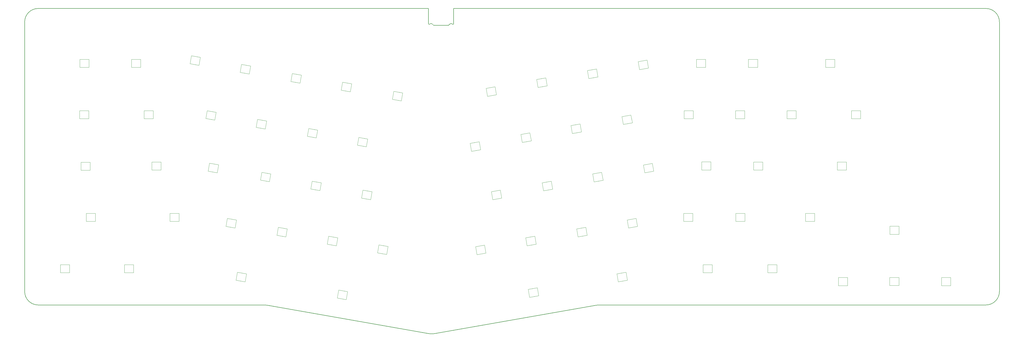
<source format=gm1>
G04 #@! TF.GenerationSoftware,KiCad,Pcbnew,(5.1.4)-1*
G04 #@! TF.CreationDate,2020-08-05T10:24:05-07:00*
G04 #@! TF.ProjectId,trifecta,74726966-6563-4746-912e-6b696361645f,rev?*
G04 #@! TF.SameCoordinates,Original*
G04 #@! TF.FileFunction,Profile,NP*
%FSLAX46Y46*%
G04 Gerber Fmt 4.6, Leading zero omitted, Abs format (unit mm)*
G04 Created by KiCad (PCBNEW (5.1.4)-1) date 2020-08-05 10:24:05*
%MOMM*%
%LPD*%
G04 APERTURE LIST*
%ADD10C,0.200000*%
%ADD11C,0.120000*%
%ADD12C,0.150000*%
G04 APERTURE END LIST*
D10*
X134029000Y5533200D02*
X-7568190Y5525000D01*
X343424900Y5525000D02*
X149269000Y5533200D01*
X343424899Y-104499000D02*
X200217754Y-104499000D01*
X76113053Y-104499000D02*
G75*
G02X77329185Y-104605451I0J-7000000D01*
G01*
X76113053Y-104499000D02*
X-7568190Y-104499001D01*
X343424900Y5525000D02*
G75*
G02X348424900Y525000I0J-5000000D01*
G01*
X199001716Y-104605434D02*
G75*
G02X200217754Y-104499000I1216038J-6893566D01*
G01*
X-12568190Y525000D02*
G75*
G02X-7568190Y5525000I5000000J0D01*
G01*
X-7568190Y-104499000D02*
G75*
G02X-12568190Y-99499000I0J5000000D01*
G01*
X139379071Y-115122985D02*
G75*
G02X136946900Y-115122968I-1216039J6893566D01*
G01*
X348424900Y-99499001D02*
G75*
G02X343424899Y-104499000I-5000000J1D01*
G01*
X199001716Y-104605435D02*
X139379070Y-115122984D01*
X-12568190Y-99499000D02*
X-12568190Y525000D01*
X136946900Y-115122968D02*
X77329185Y-104605451D01*
X348424900Y525000D02*
X348424900Y-99499000D01*
D11*
X326948940Y-94290500D02*
X330348940Y-94290500D01*
X326948940Y-97290500D02*
X326948940Y-94290500D01*
X330348940Y-97290500D02*
X326948940Y-97290500D01*
X330348940Y-94290500D02*
X330348940Y-97290500D01*
X307777020Y-94272720D02*
X311177020Y-94272720D01*
X307777020Y-97272720D02*
X307777020Y-94272720D01*
X311177020Y-97272720D02*
X307777020Y-97272720D01*
X311177020Y-94272720D02*
X311177020Y-97272720D01*
X292137180Y-97295580D02*
X288737180Y-97295580D01*
X292137180Y-94295580D02*
X292137180Y-97295580D01*
X288737180Y-94295580D02*
X292137180Y-94295580D01*
X288737180Y-97295580D02*
X288737180Y-94295580D01*
X262592960Y-89520380D02*
X265992960Y-89520380D01*
X262592960Y-92520380D02*
X262592960Y-89520380D01*
X265992960Y-92520380D02*
X262592960Y-92520380D01*
X265992960Y-89520380D02*
X265992960Y-92520380D01*
X242056000Y-92502600D02*
X238656000Y-92502600D01*
X242056000Y-89502600D02*
X242056000Y-92502600D01*
X238656000Y-89502600D02*
X242056000Y-89502600D01*
X238656000Y-92502600D02*
X238656000Y-89502600D01*
X206750095Y-92937170D02*
X210098441Y-92346766D01*
X207271039Y-95891594D02*
X206750095Y-92937170D01*
X210619385Y-95301190D02*
X207271039Y-95891594D01*
X210098441Y-92346766D02*
X210619385Y-95301190D01*
X173890115Y-98725830D02*
X177238461Y-98135426D01*
X174411059Y-101680254D02*
X173890115Y-98725830D01*
X177759405Y-101089850D02*
X174411059Y-101680254D01*
X177238461Y-98135426D02*
X177759405Y-101089850D01*
X106514701Y-102515914D02*
X103166355Y-101925510D01*
X107035645Y-99561490D02*
X106514701Y-102515914D01*
X103687299Y-98971086D02*
X107035645Y-99561490D01*
X103166355Y-101925510D02*
X103687299Y-98971086D01*
X65701355Y-95321510D02*
X66222299Y-92367086D01*
X66222299Y-92367086D02*
X69570645Y-92957490D01*
X69570645Y-92957490D02*
X69049701Y-95911914D01*
X69049701Y-95911914D02*
X65701355Y-95321510D01*
X24343500Y-89528000D02*
X27743500Y-89528000D01*
X24343500Y-92528000D02*
X24343500Y-89528000D01*
X27743500Y-92528000D02*
X24343500Y-92528000D01*
X27743500Y-89528000D02*
X27743500Y-92528000D01*
X4058000Y-92528000D02*
X658000Y-92528000D01*
X4058000Y-89528000D02*
X4058000Y-92528000D01*
X658000Y-89528000D02*
X4058000Y-89528000D01*
X658000Y-92528000D02*
X658000Y-89528000D01*
X307797340Y-75245580D02*
X311197340Y-75245580D01*
X307797340Y-78245580D02*
X307797340Y-75245580D01*
X311197340Y-78245580D02*
X307797340Y-78245580D01*
X311197340Y-75245580D02*
X311197340Y-78245580D01*
X279962960Y-73498320D02*
X276562960Y-73498320D01*
X279962960Y-70498320D02*
X279962960Y-73498320D01*
X276562960Y-70498320D02*
X279962960Y-70498320D01*
X276562960Y-73498320D02*
X276562960Y-70498320D01*
X250781960Y-70462760D02*
X254181960Y-70462760D01*
X250781960Y-73462760D02*
X250781960Y-70462760D01*
X254181960Y-73462760D02*
X250781960Y-73462760D01*
X254181960Y-70462760D02*
X254181960Y-73462760D01*
X234832240Y-73467840D02*
X231432240Y-73467840D01*
X234832240Y-70467840D02*
X234832240Y-73467840D01*
X231432240Y-70467840D02*
X234832240Y-70467840D01*
X231432240Y-73467840D02*
X231432240Y-70467840D01*
X210501675Y-72916890D02*
X213850021Y-72326486D01*
X211022619Y-75871314D02*
X210501675Y-72916890D01*
X214370965Y-75280910D02*
X211022619Y-75871314D01*
X213850021Y-72326486D02*
X214370965Y-75280910D01*
X195696885Y-78587990D02*
X192348539Y-79178394D01*
X195175941Y-75633566D02*
X195696885Y-78587990D01*
X191827595Y-76223970D02*
X195175941Y-75633566D01*
X192348539Y-79178394D02*
X191827595Y-76223970D01*
X172965555Y-79531050D02*
X176313901Y-78940646D01*
X173486499Y-82485474D02*
X172965555Y-79531050D01*
X176834845Y-81895070D02*
X173486499Y-82485474D01*
X176313901Y-78940646D02*
X176834845Y-81895070D01*
X158236965Y-85194530D02*
X154888619Y-85784934D01*
X157716021Y-82240106D02*
X158236965Y-85194530D01*
X154367675Y-82830510D02*
X157716021Y-82240106D01*
X154888619Y-85784934D02*
X154367675Y-82830510D01*
X118609799Y-82207086D02*
X121958145Y-82797490D01*
X118088855Y-85161510D02*
X118609799Y-82207086D01*
X121437201Y-85751914D02*
X118088855Y-85161510D01*
X121958145Y-82797490D02*
X121437201Y-85751914D01*
X102831701Y-82513414D02*
X99483355Y-81923010D01*
X103352645Y-79558990D02*
X102831701Y-82513414D01*
X100004299Y-78968586D02*
X103352645Y-79558990D01*
X99483355Y-81923010D02*
X100004299Y-78968586D01*
X81335299Y-75666586D02*
X84683645Y-76256990D01*
X80814355Y-78621010D02*
X81335299Y-75666586D01*
X84162701Y-79211414D02*
X80814355Y-78621010D01*
X84683645Y-76256990D02*
X84162701Y-79211414D01*
X65303201Y-75909414D02*
X61954855Y-75319010D01*
X65824145Y-72954990D02*
X65303201Y-75909414D01*
X62475799Y-72364586D02*
X65824145Y-72954990D01*
X61954855Y-75319010D02*
X62475799Y-72364586D01*
X41171000Y-70478000D02*
X44571000Y-70478000D01*
X41171000Y-73478000D02*
X41171000Y-70478000D01*
X44571000Y-73478000D02*
X41171000Y-73478000D01*
X44571000Y-70478000D02*
X44571000Y-73478000D01*
X13646500Y-73478000D02*
X10246500Y-73478000D01*
X13646500Y-70478000D02*
X13646500Y-73478000D01*
X10246500Y-70478000D02*
X13646500Y-70478000D01*
X10246500Y-73478000D02*
X10246500Y-70478000D01*
X288310460Y-51410220D02*
X291710460Y-51410220D01*
X288310460Y-54410220D02*
X288310460Y-51410220D01*
X291710460Y-54410220D02*
X288310460Y-54410220D01*
X291710460Y-51410220D02*
X291710460Y-54410220D01*
X257373260Y-51428000D02*
X260773260Y-51428000D01*
X257373260Y-54428000D02*
X257373260Y-51428000D01*
X260773260Y-54428000D02*
X257373260Y-54428000D01*
X260773260Y-51428000D02*
X260773260Y-54428000D01*
X241542920Y-54400060D02*
X238142920Y-54400060D01*
X241542920Y-51400060D02*
X241542920Y-54400060D01*
X238142920Y-51400060D02*
X241542920Y-51400060D01*
X238142920Y-54400060D02*
X238142920Y-51400060D01*
X216521475Y-52505450D02*
X219869821Y-51915046D01*
X217042419Y-55459874D02*
X216521475Y-52505450D01*
X220390765Y-54869470D02*
X217042419Y-55459874D01*
X219869821Y-51915046D02*
X220390765Y-54869470D01*
X201610005Y-58201950D02*
X198261659Y-58792354D01*
X201089061Y-55247526D02*
X201610005Y-58201950D01*
X197740715Y-55837930D02*
X201089061Y-55247526D01*
X198261659Y-58792354D02*
X197740715Y-55837930D01*
X179061555Y-59119610D02*
X182409901Y-58529206D01*
X179582499Y-62074034D02*
X179061555Y-59119610D01*
X182930845Y-61483630D02*
X179582499Y-62074034D01*
X182409901Y-58529206D02*
X182930845Y-61483630D01*
X164096745Y-64795790D02*
X160748399Y-65386194D01*
X163575801Y-61841366D02*
X164096745Y-64795790D01*
X160227455Y-62431770D02*
X163575801Y-61841366D01*
X160748399Y-65386194D02*
X160227455Y-62431770D01*
X112704299Y-61887086D02*
X116052645Y-62477490D01*
X112183355Y-64841510D02*
X112704299Y-61887086D01*
X115531701Y-65431914D02*
X112183355Y-64841510D01*
X116052645Y-62477490D02*
X115531701Y-65431914D01*
X96735701Y-62066414D02*
X93387355Y-61476010D01*
X97256645Y-59111990D02*
X96735701Y-62066414D01*
X93908299Y-58521586D02*
X97256645Y-59111990D01*
X93387355Y-61476010D02*
X93908299Y-58521586D01*
X75239299Y-55219586D02*
X78587645Y-55809990D01*
X74718355Y-58174010D02*
X75239299Y-55219586D01*
X78066701Y-58764414D02*
X74718355Y-58174010D01*
X78587645Y-55809990D02*
X78066701Y-58764414D01*
X58699201Y-55398914D02*
X55350855Y-54808510D01*
X59220145Y-52444490D02*
X58699201Y-55398914D01*
X55871799Y-51854086D02*
X59220145Y-52444490D01*
X55350855Y-54808510D02*
X55871799Y-51854086D01*
X34503500Y-51428000D02*
X37903500Y-51428000D01*
X34503500Y-54428000D02*
X34503500Y-51428000D01*
X37903500Y-54428000D02*
X34503500Y-54428000D01*
X37903500Y-51428000D02*
X37903500Y-54428000D01*
X11678000Y-54491500D02*
X8278000Y-54491500D01*
X11678000Y-51491500D02*
X11678000Y-54491500D01*
X8278000Y-51491500D02*
X11678000Y-51491500D01*
X8278000Y-54491500D02*
X8278000Y-51491500D01*
X293616520Y-32378000D02*
X297016520Y-32378000D01*
X293616520Y-35378000D02*
X293616520Y-32378000D01*
X297016520Y-35378000D02*
X293616520Y-35378000D01*
X297016520Y-32378000D02*
X297016520Y-35378000D01*
X273087180Y-35365300D02*
X269687180Y-35365300D01*
X273087180Y-32365300D02*
X273087180Y-35365300D01*
X269687180Y-32365300D02*
X273087180Y-32365300D01*
X269687180Y-35365300D02*
X269687180Y-32365300D01*
X250654960Y-32355140D02*
X254054960Y-32355140D01*
X250654960Y-35355140D02*
X250654960Y-32355140D01*
X254054960Y-35355140D02*
X250654960Y-35355140D01*
X254054960Y-32355140D02*
X254054960Y-35355140D01*
X235022740Y-35360220D02*
X231622740Y-35360220D01*
X235022740Y-32360220D02*
X235022740Y-35360220D01*
X231622740Y-32360220D02*
X235022740Y-32360220D01*
X231622740Y-35360220D02*
X231622740Y-32360220D01*
X208583975Y-34552730D02*
X211932321Y-33962326D01*
X209104919Y-37507154D02*
X208583975Y-34552730D01*
X212453265Y-36916750D02*
X209104919Y-37507154D01*
X211932321Y-33962326D02*
X212453265Y-36916750D01*
X193611545Y-40259390D02*
X190263199Y-40849794D01*
X193090601Y-37304966D02*
X193611545Y-40259390D01*
X189742255Y-37895370D02*
X193090601Y-37304966D01*
X190263199Y-40849794D02*
X189742255Y-37895370D01*
X171159615Y-41166890D02*
X174507961Y-40576486D01*
X171680559Y-44121314D02*
X171159615Y-41166890D01*
X175028905Y-43530910D02*
X171680559Y-44121314D01*
X174507961Y-40576486D02*
X175028905Y-43530910D01*
X156255765Y-46835450D02*
X152907419Y-47425854D01*
X155734821Y-43881026D02*
X156255765Y-46835450D01*
X152386475Y-44471430D02*
X155734821Y-43881026D01*
X152907419Y-47425854D02*
X152386475Y-44471430D01*
X111116799Y-42265586D02*
X114465145Y-42855990D01*
X110595855Y-45220010D02*
X111116799Y-42265586D01*
X113944201Y-45810414D02*
X110595855Y-45220010D01*
X114465145Y-42855990D02*
X113944201Y-45810414D01*
X95402201Y-42508414D02*
X92053855Y-41918010D01*
X95923145Y-39553990D02*
X95402201Y-42508414D01*
X92574799Y-38963586D02*
X95923145Y-39553990D01*
X92053855Y-41918010D02*
X92574799Y-38963586D01*
X73651799Y-35598086D02*
X77000145Y-36188490D01*
X73130855Y-38552510D02*
X73651799Y-35598086D01*
X76479201Y-39142914D02*
X73130855Y-38552510D01*
X77000145Y-36188490D02*
X76479201Y-39142914D01*
X57810201Y-35904414D02*
X54461855Y-35314010D01*
X58331145Y-32949990D02*
X57810201Y-35904414D01*
X54982799Y-32359586D02*
X58331145Y-32949990D01*
X54461855Y-35314010D02*
X54982799Y-32359586D01*
X31646000Y-32378000D02*
X35046000Y-32378000D01*
X31646000Y-35378000D02*
X31646000Y-32378000D01*
X35046000Y-35378000D02*
X31646000Y-35378000D01*
X35046000Y-32378000D02*
X35046000Y-35378000D01*
X11170000Y-35378000D02*
X7770000Y-35378000D01*
X11170000Y-32378000D02*
X11170000Y-35378000D01*
X7770000Y-32378000D02*
X11170000Y-32378000D01*
X7770000Y-35378000D02*
X7770000Y-32378000D01*
X284005160Y-13333080D02*
X287405160Y-13333080D01*
X284005160Y-16333080D02*
X284005160Y-13333080D01*
X287405160Y-16333080D02*
X284005160Y-16333080D01*
X287405160Y-13333080D02*
X287405160Y-16333080D01*
X258845400Y-16307680D02*
X255445400Y-16307680D01*
X258845400Y-13307680D02*
X258845400Y-16307680D01*
X255445400Y-13307680D02*
X258845400Y-13307680D01*
X255445400Y-16307680D02*
X255445400Y-13307680D01*
X236174420Y-13310220D02*
X239574420Y-13310220D01*
X236174420Y-16310220D02*
X236174420Y-13310220D01*
X239574420Y-16310220D02*
X236174420Y-16310220D01*
X239574420Y-13310220D02*
X239574420Y-16310220D01*
X218437505Y-16553570D02*
X215089159Y-17143974D01*
X217916561Y-13599146D02*
X218437505Y-16553570D01*
X214568215Y-14189550D02*
X217916561Y-13599146D01*
X215089159Y-17143974D02*
X214568215Y-14189550D01*
X195825555Y-17494090D02*
X199173901Y-16903686D01*
X196346499Y-20448514D02*
X195825555Y-17494090D01*
X199694845Y-19858110D02*
X196346499Y-20448514D01*
X199173901Y-16903686D02*
X199694845Y-19858110D01*
X180888685Y-23157570D02*
X177540339Y-23747974D01*
X180367741Y-20203146D02*
X180888685Y-23157570D01*
X177019395Y-20793550D02*
X180367741Y-20203146D01*
X177540339Y-23747974D02*
X177019395Y-20793550D01*
X158284355Y-24095550D02*
X161632701Y-23505146D01*
X158805299Y-27049974D02*
X158284355Y-24095550D01*
X162153645Y-26459570D02*
X158805299Y-27049974D01*
X161632701Y-23505146D02*
X162153645Y-26459570D01*
X126898201Y-28728914D02*
X123549855Y-28138510D01*
X127419145Y-25774490D02*
X126898201Y-28728914D01*
X124070799Y-25184086D02*
X127419145Y-25774490D01*
X123549855Y-28138510D02*
X124070799Y-25184086D01*
X105147799Y-21818586D02*
X108496145Y-22408990D01*
X104626855Y-24773010D02*
X105147799Y-21818586D01*
X107975201Y-25363414D02*
X104626855Y-24773010D01*
X108496145Y-22408990D02*
X107975201Y-25363414D01*
X89369701Y-22124914D02*
X86021355Y-21534510D01*
X89890645Y-19170490D02*
X89369701Y-22124914D01*
X86542299Y-18580086D02*
X89890645Y-19170490D01*
X86021355Y-21534510D02*
X86542299Y-18580086D01*
X67746299Y-15214586D02*
X71094645Y-15804990D01*
X67225355Y-18169010D02*
X67746299Y-15214586D01*
X70573701Y-18759414D02*
X67225355Y-18169010D01*
X71094645Y-15804990D02*
X70573701Y-18759414D01*
X51968201Y-15520914D02*
X48619855Y-14930510D01*
X52489145Y-12566490D02*
X51968201Y-15520914D01*
X49140799Y-11976086D02*
X52489145Y-12566490D01*
X48619855Y-14930510D02*
X49140799Y-11976086D01*
X27010500Y-13315300D02*
X30410500Y-13315300D01*
X27010500Y-16315300D02*
X27010500Y-13315300D01*
X30410500Y-16315300D02*
X27010500Y-16315300D01*
X30410500Y-13315300D02*
X30410500Y-16315300D01*
X11233500Y-16328000D02*
X7833500Y-16328000D01*
X11233500Y-13328000D02*
X11233500Y-16328000D01*
X7833500Y-13328000D02*
X11233500Y-13328000D01*
X7833500Y-16328000D02*
X7833500Y-13328000D01*
D12*
X145499384Y-66800D02*
X145399000Y-66800D01*
X139111434Y-766800D02*
X144186566Y-766800D01*
X134029000Y5533200D02*
X136979000Y5533200D01*
X136979000Y5533200D02*
X136979000Y-66800D01*
X137798616Y-66800D02*
X137899000Y-66800D01*
X146319000Y-66800D02*
X146319000Y5533200D01*
X146319000Y5533200D02*
X149269000Y5533200D01*
X137538808Y-216800D02*
G75*
G02X136979000Y-66800I-259808J150000D01*
G01*
X137538808Y-216800D02*
G75*
G02X137798616Y-66800I259808J-150000D01*
G01*
X138617801Y-481800D02*
G75*
G03X139111435Y-766800I493634J285000D01*
G01*
X144680199Y-481800D02*
G75*
G02X144186565Y-766800I-493634J285000D01*
G01*
X145759192Y-216800D02*
G75*
G03X145499384Y-66800I-259808J-150000D01*
G01*
X145759192Y-216800D02*
G75*
G03X146319000Y-66800I259808J150000D01*
G01*
X138617801Y-481800D02*
G75*
G03X137899000Y-66800I-718801J-415000D01*
G01*
X144680199Y-481800D02*
G75*
G02X145399000Y-66800I718801J-415000D01*
G01*
M02*

</source>
